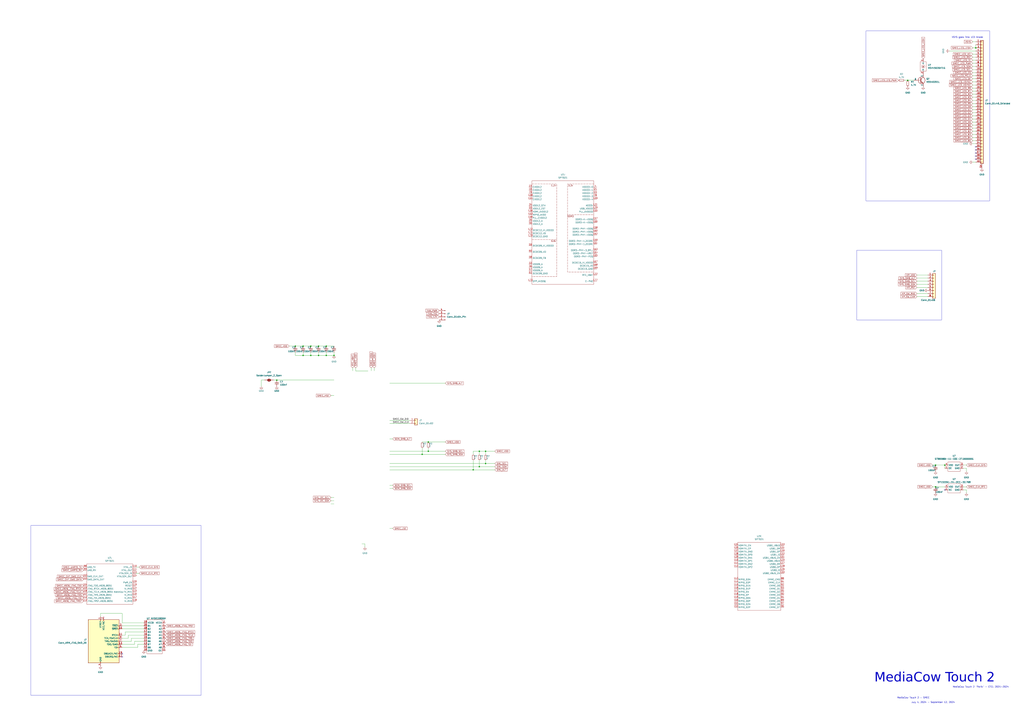
<source format=kicad_sch>
(kicad_sch (version 20231120) (generator "eeschema") (generator_version "8.0")
  (paper "A1")
  (junction (at 227.33 312.42))
  (junction (at 346.71 373.38))
  (junction (at 398.78 381))
  (junction (at 775.97 382.27))
  (junction (at 801.37 39.37))
  (junction (at 248.92 284.48))
  (junction (at 768.35 400.05))
  (junction (at 351.79 370.84))
  (junction (at 388.62 386.08))
  (junction (at 261.62 292.1))
  (junction (at 768.35 382.27))
  (junction (at 267.97 284.48))
  (junction (at 398.78 370.84))
  (junction (at 1051.56 60.96))
  (junction (at 1038.86 46.99))
  (junction (at 261.62 284.48))
  (junction (at 393.7 370.84))
  (junction (at 248.92 292.1))
  (junction (at 1057.91 60.96))
  (junction (at 1041.4 71.12))
  (junction (at 242.57 284.48))
  (junction (at 393.7 383.54))
  (junction (at 267.97 292.1))
  (junction (at 255.27 284.48))
  (junction (at 274.32 292.1))
  (junction (at 255.27 292.1))
  (junction (at 351.79 363.22))
  (junction (at 745.49 66.04))
  (no_connect (at 801.37 120.65))
  (no_connect (at 100.33 537.21))
  (no_connect (at 801.37 123.19))
  (no_connect (at 1051.56 88.9))
  (no_connect (at 1051.56 86.36))
  (no_connect (at 801.37 130.81))
  (no_connect (at 775.97 402.59))
  (no_connect (at 100.33 539.75))
  (no_connect (at 801.37 128.27))
  (no_connect (at 801.37 125.73))
  (wire (pts (xy 753.11 233.68) (xy 762 233.68)))
  (wire (pts (xy 745.49 66.04) (xy 750.57 66.04)))
  (wire (pts (xy 248.92 292.1) (xy 255.27 292.1)))
  (wire (pts (xy 798.83 57.15) (xy 801.37 57.15)))
  (wire (pts (xy 798.83 102.87) (xy 801.37 102.87)))
  (wire (pts (xy 320.04 370.84) (xy 351.79 370.84)))
  (wire (pts (xy 351.79 370.84) (xy 365.76 370.84)))
  (wire (pts (xy 365.76 314.96) (xy 320.04 314.96)))
  (wire (pts (xy 113.03 529.59) (xy 113.03 532.13)))
  (wire (pts (xy 351.79 368.3) (xy 351.79 370.84)))
  (wire (pts (xy 105.41 524.51) (xy 100.33 524.51)))
  (wire (pts (xy 1008.38 83.82) (xy 1026.16 83.82)))
  (wire (pts (xy 393.7 383.54) (xy 406.4 383.54)))
  (wire (pts (xy 267.97 292.1) (xy 267.97 289.56)))
  (wire (pts (xy 753.11 226.06) (xy 762 226.06)))
  (wire (pts (xy 398.78 378.46) (xy 398.78 381)))
  (wire (pts (xy 1057.91 60.96) (xy 1051.56 60.96)))
  (wire (pts (xy 107.95 524.51) (xy 107.95 527.05)))
  (wire (pts (xy 793.75 402.59) (xy 793.75 405.13)))
  (wire (pts (xy 1013.46 88.9) (xy 1008.38 88.9)))
  (wire (pts (xy 798.83 64.77) (xy 801.37 64.77)))
  (wire (pts (xy 1038.86 46.99) (xy 1036.32 46.99)))
  (wire (pts (xy 798.83 59.69) (xy 801.37 59.69)))
  (wire (pts (xy 100.33 504.19) (xy 100.33 511.81)))
  (wire (pts (xy 322.58 398.78) (xy 320.04 398.78)))
  (wire (pts (xy 114.3 466.09) (xy 111.76 466.09)))
  (wire (pts (xy 1064.26 60.96) (xy 1057.91 60.96)))
  (wire (pts (xy 768.35 382.27) (xy 775.97 382.27)))
  (wire (pts (xy 255.27 292.1) (xy 261.62 292.1)))
  (wire (pts (xy 798.83 74.93) (xy 801.37 74.93)))
  (wire (pts (xy 793.75 384.81) (xy 791.21 384.81)))
  (wire (pts (xy 798.83 92.71) (xy 801.37 92.71)))
  (wire (pts (xy 1041.4 46.99) (xy 1038.86 46.99)))
  (wire (pts (xy 798.83 52.07) (xy 801.37 52.07)))
  (wire (pts (xy 753.11 236.22) (xy 762 236.22)))
  (wire (pts (xy 793.75 382.27) (xy 791.21 382.27)))
  (wire (pts (xy 271.78 408.94) (xy 274.32 408.94)))
  (wire (pts (xy 224.79 312.42) (xy 227.33 312.42)))
  (wire (pts (xy 768.35 400.05) (xy 765.81 400.05)))
  (wire (pts (xy 214.63 312.42) (xy 214.63 317.5)))
  (wire (pts (xy 798.83 118.11) (xy 801.37 118.11)))
  (wire (pts (xy 798.83 113.03) (xy 801.37 113.03)))
  (wire (pts (xy 798.83 80.01) (xy 801.37 80.01)))
  (wire (pts (xy 242.57 292.1) (xy 242.57 289.56)))
  (wire (pts (xy 320.04 373.38) (xy 346.71 373.38)))
  (wire (pts (xy 801.37 36.83) (xy 801.37 39.37)))
  (wire (pts (xy 985.52 86.36) (xy 988.06 86.36)))
  (wire (pts (xy 320.04 347.98) (xy 336.55 347.98)))
  (wire (pts (xy 271.78 411.48) (xy 274.32 411.48)))
  (wire (pts (xy 292.1 304.8) (xy 302.26 304.8)))
  (wire (pts (xy 292.1 302.26) (xy 292.1 304.8)))
  (wire (pts (xy 1057.91 93.98) (xy 1051.56 93.98)))
  (wire (pts (xy 793.75 400.05) (xy 791.21 400.05)))
  (wire (pts (xy 102.87 521.97) (xy 100.33 521.97)))
  (wire (pts (xy 1021.08 34.29) (xy 1028.7 34.29)))
  (wire (pts (xy 779.78 41.91) (xy 801.37 41.91)))
  (wire (pts (xy 793.75 384.81) (xy 793.75 387.35)))
  (wire (pts (xy 1051.56 60.96) (xy 1041.4 60.96)))
  (wire (pts (xy 798.83 82.55) (xy 801.37 82.55)))
  (wire (pts (xy 289.56 302.26) (xy 289.56 304.8)))
  (wire (pts (xy 114.3 471.17) (xy 111.76 471.17)))
  (wire (pts (xy 271.78 414.02) (xy 274.32 414.02)))
  (wire (pts (xy 102.87 519.43) (xy 118.11 519.43)))
  (wire (pts (xy 113.03 532.13) (xy 100.33 532.13)))
  (wire (pts (xy 406.4 370.84) (xy 398.78 370.84)))
  (wire (pts (xy 100.33 516.89) (xy 118.11 516.89)))
  (wire (pts (xy 227.33 312.42) (xy 274.32 312.42)))
  (wire (pts (xy 82.55 506.73) (xy 82.55 504.19)))
  (wire (pts (xy 320.04 383.54) (xy 393.7 383.54)))
  (wire (pts (xy 307.34 302.26) (xy 307.34 304.8)))
  (wire (pts (xy 798.83 54.61) (xy 801.37 54.61)))
  (wire (pts (xy 365.76 363.22) (xy 351.79 363.22)))
  (wire (pts (xy 1013.46 96.52) (xy 1013.46 88.9)))
  (wire (pts (xy 798.83 62.23) (xy 801.37 62.23)))
  (wire (pts (xy 214.63 312.42) (xy 217.17 312.42)))
  (wire (pts (xy 388.62 370.84) (xy 393.7 370.84)))
  (wire (pts (xy 274.32 292.1) (xy 267.97 292.1)))
  (wire (pts (xy 798.83 69.85) (xy 801.37 69.85)))
  (wire (pts (xy 105.41 521.97) (xy 105.41 524.51)))
  (wire (pts (xy 798.83 105.41) (xy 801.37 105.41)))
  (wire (pts (xy 765.81 382.27) (xy 768.35 382.27)))
  (wire (pts (xy 110.49 527.05) (xy 118.11 527.05)))
  (wire (pts (xy 255.27 284.48) (xy 261.62 284.48)))
  (wire (pts (xy 346.71 363.22) (xy 351.79 363.22)))
  (wire (pts (xy 1000.76 67.31) (xy 1000.76 71.12)))
  (wire (pts (xy 388.62 378.46) (xy 388.62 386.08)))
  (wire (pts (xy 742.95 66.04) (xy 745.49 66.04)))
  (wire (pts (xy 274.32 289.56) (xy 274.32 292.1)))
  (wire (pts (xy 1021.08 31.75) (xy 1028.7 31.75)))
  (wire (pts (xy 393.7 378.46) (xy 393.7 383.54)))
  (wire (pts (xy 753.11 231.14) (xy 762 231.14)))
  (wire (pts (xy 775.97 400.05) (xy 768.35 400.05)))
  (wire (pts (xy 388.62 373.38) (xy 388.62 370.84)))
  (wire (pts (xy 798.83 100.33) (xy 801.37 100.33)))
  (wire (pts (xy 798.83 49.53) (xy 801.37 49.53)))
  (wire (pts (xy 985.52 83.82) (xy 988.06 83.82)))
  (wire (pts (xy 242.57 292.1) (xy 248.92 292.1)))
  (wire (pts (xy 798.83 77.47) (xy 801.37 77.47)))
  (wire (pts (xy 753.11 228.6) (xy 762 228.6)))
  (wire (pts (xy 297.18 447.04) (xy 299.72 447.04)))
  (wire (pts (xy 1008.38 86.36) (xy 1026.16 86.36)))
  (wire (pts (xy 267.97 284.48) (xy 274.32 284.48)))
  (wire (pts (xy 237.49 284.48) (xy 242.57 284.48)))
  (wire (pts (xy 388.62 386.08) (xy 406.4 386.08)))
  (wire (pts (xy 82.55 504.19) (xy 100.33 504.19)))
  (wire (pts (xy 242.57 284.48) (xy 248.92 284.48)))
  (wire (pts (xy 798.83 107.95) (xy 801.37 107.95)))
  (wire (pts (xy 322.58 401.32) (xy 320.04 401.32)))
  (wire (pts (xy 1036.32 71.12) (xy 1041.4 71.12)))
  (wire (pts (xy 346.71 373.38) (xy 365.76 373.38)))
  (wire (pts (xy 299.72 449.58) (xy 299.72 447.04)))
  (wire (pts (xy 248.92 284.48) (xy 255.27 284.48)))
  (wire (pts (xy 261.62 284.48) (xy 267.97 284.48)))
  (wire (pts (xy 753.11 243.84) (xy 762 243.84)))
  (wire (pts (xy 798.83 115.57) (xy 801.37 115.57)))
  (wire (pts (xy 798.83 87.63) (xy 801.37 87.63)))
  (wire (pts (xy 995.68 67.31) (xy 995.68 71.12)))
  (wire (pts (xy 798.83 39.37) (xy 801.37 39.37)))
  (wire (pts (xy 798.83 34.29) (xy 801.37 34.29)))
  (wire (pts (xy 118.11 529.59) (xy 113.03 529.59)))
  (wire (pts (xy 798.83 85.09) (xy 801.37 85.09)))
  (wire (pts (xy 753.11 241.3) (xy 762 241.3)))
  (wire (pts (xy 393.7 370.84) (xy 398.78 370.84)))
  (wire (pts (xy 118.11 521.97) (xy 105.41 521.97)))
  (wire (pts (xy 320.04 381) (xy 398.78 381)))
  (wire (pts (xy 100.33 514.35) (xy 118.11 514.35)))
  (wire (pts (xy 398.78 381) (xy 406.4 381)))
  (wire (pts (xy 304.8 302.26) (xy 304.8 304.8)))
  (wire (pts (xy 102.87 521.97) (xy 102.87 519.43)))
  (wire (pts (xy 248.92 292.1) (xy 248.92 289.56)))
  (wire (pts (xy 798.83 90.17) (xy 801.37 90.17)))
  (wire (pts (xy 271.78 325.12) (xy 274.32 325.12)))
  (wire (pts (xy 393.7 370.84) (xy 393.7 373.38)))
  (wire (pts (xy 798.83 72.39) (xy 801.37 72.39)))
  (wire (pts (xy 320.04 386.08) (xy 388.62 386.08)))
  (wire (pts (xy 255.27 292.1) (xy 255.27 289.56)))
  (wire (pts (xy 398.78 370.84) (xy 398.78 373.38)))
  (wire (pts (xy 320.04 360.68) (xy 322.58 360.68)))
  (wire (pts (xy 775.97 382.27) (xy 775.97 384.81)))
  (wire (pts (xy 261.62 292.1) (xy 261.62 289.56)))
  (wire (pts (xy 793.75 402.59) (xy 791.21 402.59)))
  (wire (pts (xy 1026.16 96.52) (xy 1013.46 96.52)))
  (wire (pts (xy 320.04 345.44) (xy 336.55 345.44)))
  (wire (pts (xy 1057.91 101.6) (xy 1057.91 93.98)))
  (wire (pts (xy 322.58 434.34) (xy 320.04 434.34)))
  (wire (pts (xy 798.83 44.45) (xy 801.37 44.45)))
  (wire (pts (xy 798.83 95.25) (xy 801.37 95.25)))
  (wire (pts (xy 1023.62 106.68) (xy 1023.62 93.98)))
  (wire (pts (xy 1041.4 60.96) (xy 1041.4 71.12)))
  (wire (pts (xy 118.11 524.51) (xy 107.95 524.51)))
  (wire (pts (xy 798.83 46.99) (xy 801.37 46.99)))
  (wire (pts (xy 1023.62 93.98) (xy 1026.16 93.98)))
  (wire (pts (xy 798.83 97.79) (xy 801.37 97.79)))
  (wire (pts (xy 107.95 527.05) (xy 100.33 527.05)))
  (wire (pts (xy 100.33 511.81) (xy 118.11 511.81)))
  (wire (pts (xy 261.62 292.1) (xy 267.97 292.1)))
  (wire (pts (xy 798.83 67.31) (xy 801.37 67.31)))
  (wire (pts (xy 100.33 529.59) (xy 110.49 529.59)))
  (wire (pts (xy 346.71 368.3) (xy 346.71 373.38)))
  (wire (pts (xy 798.83 133.35) (xy 801.37 133.35)))
  (wire (pts (xy 798.83 110.49) (xy 801.37 110.49)))
  (wire (pts (xy 110.49 529.59) (xy 110.49 527.05)))
  (rectangle (start 703.58 205.74) (end 773.43 262.89))
  (rectangle (start 711.2 25.4) (end 812.8 165.1))
  (rectangle (start 25.4 431.8) (end 165.1 571.5))
  (rectangle (start 1230.63 22.86) (end 1370.33 162.56))
  (text "MediaCow Touch 2" (at 767.588 559.054 0) (effects (font (size 7.62 7.62))))
  (text "1.8v logic" (at 1016.762 76.2 0) (effects (font (size 1.27 1.27))))
  (text "July 4, 2024 - September 12, 2024" (at 766.318 577.342 0) (effects (font (size 1.27 1.27))))
  (text "3.3v logic" (at 978.662 76.454 0) (effects (font (size 1.27 1.27))))
  (text "MediaCow Touch 2 - SMEC" (at 750.062 573.532 0) (effects (font (size 1.27 1.27))))
  (text "VSYS goes into LED Anode" (at 794.512 30.734 0) (effects (font (size 1.27 1.27))))
  (text "MediaCow Touch 2 \"Paris\" - CTCL 2021-2024" (at 805.434 564.642 0) (effects (font (size 1.27 1.27))))
  (label "SMEC_SW_DIO" (at 322.58 345.44 0))
  (label "SMEC_SW_CLK" (at 322.58 347.98 0))
  (global_label "SMEC_VDD" (shape input) (at 307.34 302.26 90) (property "Intersheetrefs" "${INTERSHEET_REFS}" (effects (hide yes))))
  (global_label "SOM_SMB_ALT" (shape input) (at 322.58 360.68 0) (property "Intersheetrefs" "${INTERSHEET_REFS}" (effects (hide yes))))
  (global_label "SMEC_VDD" (shape input) (at 765.81 382.27 180) (property "Intersheetrefs" "${INTERSHEET_REFS}" (effects (hide yes))))
  (global_label "SMEC_LCD_LEDK" (shape input) (at 758.19 48.26 90) (property "Intersheetrefs" "${INTERSHEET_REFS}" (effects (hide yes))))
  (global_label "SYS_SMB_SDA" (shape input) (at 365.76 373.38 0) (property "Intersheetrefs" "${INTERSHEET_REFS}" (effects (hide yes))))
  (global_label "SYS_SMB_SCL" (shape input) (at 753.11 231.14 180) (property "Intersheetrefs" "${INTERSHEET_REFS}" (effects (hide yes))))
  (global_label "SMEC_A926_JTAG_TCLK" (shape input) (at 68.58 486.41 180) (property "Intersheetrefs" "${INTERSHEET_REFS}" (effects (hide yes))))
  (global_label "ICM_1V8" (shape input) (at 1026.16 81.28 180) (property "Intersheetrefs" "${INTERSHEET_REFS}" (effects (hide yes))))
  (global_label "SMEC_LCD_G0" (shape input) (at 798.83 87.63 180) (property "Intersheetrefs" "${INTERSHEET_REFS}" (effects (hide yes))))
  (global_label "SMEC_LCD_R0" (shape input) (at 798.83 72.39 180) (property "Intersheetrefs" "${INTERSHEET_REFS}" (effects (hide yes))))
  (global_label "SMEC_LCD_HSYNC" (shape input) (at 882.65 546.1 0) (property "Intersheetrefs" "${INTERSHEET_REFS}" (effects (hide yes))))
  (global_label "SMEC_LCD_RST" (shape input) (at 798.83 46.99 180) (property "Intersheetrefs" "${INTERSHEET_REFS}" (effects (hide yes))))
  (global_label "SMEC_LCD_B1" (shape input) (at 882.65 461.01 0) (property "Intersheetrefs" "${INTERSHEET_REFS}" (effects (hide yes))))
  (global_label "SMEC_LCD_HSYNC" (shape input) (at 798.83 69.85 180) (property "Intersheetrefs" "${INTERSHEET_REFS}" (effects (hide yes))))
  (global_label "SMEC_A926_JTAG_TRST" (shape input) (at 135.89 514.35 0) (property "Intersheetrefs" "${INTERSHEET_REFS}" (effects (hide yes))))
  (global_label "SMEC_LCD_R5" (shape input) (at 882.65 538.48 0) (property "Intersheetrefs" "${INTERSHEET_REFS}" (effects (hide yes))))
  (global_label "SMEC_LCD_VCI" (shape input) (at 798.83 44.45 180) (property "Intersheetrefs" "${INTERSHEET_REFS}" (effects (hide yes))))
  (global_label "SMEC_LCD_B5" (shape input) (at 798.83 115.57 180) (property "Intersheetrefs" "${INTERSHEET_REFS}" (effects (hide yes))))
  (global_label "SMEC_LCD_CS" (shape input) (at 798.83 59.69 180) (property "Intersheetrefs" "${INTERSHEET_REFS}" (effects (hide yes))))
  (global_label "SMEC_LCD_LEDK" (shape input) (at 798.83 39.37 180) (property "Intersheetrefs" "${INTERSHEET_REFS}" (effects (hide yes))))
  (global_label "SMEC_LCD_G3" (shape input) (at 882.65 495.3 0) (property "Intersheetrefs" "${INTERSHEET_REFS}" (effects (hide yes))))
  (global_label "ICM_1V8" (shape input) (at 1026.16 88.9 180) (property "Intersheetrefs" "${INTERSHEET_REFS}" (effects (hide yes))))
  (global_label "SMEC_HSE" (shape input) (at 271.78 325.12 180) (property "Intersheetrefs" "${INTERSHEET_REFS}" (effects (hide yes))))
  (global_label "SMEC_LCD_B4" (shape input) (at 882.65 477.52 0) (property "Intersheetrefs" "${INTERSHEET_REFS}" (effects (hide yes))))
  (global_label "SMEC_CA7_SWD_CLK" (shape input) (at 68.58 473.71 180) (property "Intersheetrefs" "${INTERSHEET_REFS}" (effects (hide yes))))
  (global_label "SMEC_LCD_R4" (shape input) (at 882.65 535.94 0) (property "Intersheetrefs" "${INTERSHEET_REFS}" (effects (hide yes))))
  (global_label "KP_VDD" (shape input) (at 753.11 226.06 180) (property "Intersheetrefs" "${INTERSHEET_REFS}" (effects (hide yes))))
  (global_label "SMEC_LCD_PCLK" (shape input) (at 798.83 62.23 180) (property "Intersheetrefs" "${INTERSHEET_REFS}" (effects (hide yes))))
  (global_label "SYS_SMB_SCL" (shape input) (at 365.76 370.84 0) (property "Intersheetrefs" "${INTERSHEET_REFS}" (effects (hide yes))))
  (global_label "SMEC_LCD_B3" (shape input) (at 798.83 110.49 180) (property "Intersheetrefs" "${INTERSHEET_REFS}" (effects (hide yes))))
  (global_label "SMEC_LCD_R2" (shape input) (at 798.83 77.47 180) (property "Intersheetrefs" "${INTERSHEET_REFS}" (effects (hide yes))))
  (global_label "SMEC_LCD_R0" (shape input) (at 882.65 516.89 0) (property "Intersheetrefs" "${INTERSHEET_REFS}" (effects (hide yes))))
  (global_label "SMEC_LCD_B2" (shape input) (at 798.83 107.95 180) (property "Intersheetrefs" "${INTERSHEET_REFS}" (effects (hide yes))))
  (global_label "SYS_I2C_SCL" (shape input) (at 985.52 83.82 180) (property "Intersheetrefs" "${INTERSHEET_REFS}" (effects (hide yes))))
  (global_label "SMEC_LCD_G0" (shape input) (at 882.65 487.68 0) (property "Intersheetrefs" "${INTERSHEET_REFS}" (effects (hide yes))))
  (global_label "SMEC_LCD_PCLK" (shape input) (at 882.65 551.18 0) (property "Intersheetrefs" "${INTERSHEET_REFS}" (effects (hide yes))))
  (global_label "SML_SCL" (shape input) (at 406.4 381 0) (property "Intersheetrefs" "${INTERSHEET_REFS}" (effects (hide yes))))
  (global_label "FAN_TAC" (shape input) (at 360.68 257.81 180) (property "Intersheetrefs" "${INTERSHEET_REFS}" (effects (hide yes))))
  (global_label "SMEC_VDD" (shape input) (at 406.4 370.84 0) (property "Intersheetrefs" "${INTERSHEET_REFS}" (effects (hide yes))))
  (global_label "SMEC_A926_JTAG_TRST" (shape input) (at 68.58 494.03 180) (property "Intersheetrefs" "${INTERSHEET_REFS}" (effects (hide yes))))
  (global_label "SMEC_LCD_B0" (shape input) (at 882.65 458.47 0) (property "Intersheetrefs" "${INTERSHEET_REFS}" (effects (hide yes))))
  (global_label "SMEC_LCD_SDA" (shape input) (at 798.83 54.61 180) (property "Intersheetrefs" "${INTERSHEET_REFS}" (effects (hide yes))))
  (global_label "SMEC_A926_JTAG_TDO" (shape input) (at 135.89 527.05 0) (property "Intersheetrefs" "${INTERSHEET_REFS}" (effects (hide yes))))
  (global_label "SMEC_LCD_B0" (shape input) (at 798.83 102.87 180) (property "Intersheetrefs" "${INTERSHEET_REFS}" (effects (hide yes))))
  (global_label "SMEC_CA7_SWD_DATA" (shape input) (at 68.58 476.25 180) (property "Intersheetrefs" "${INTERSHEET_REFS}" (effects (hide yes))))
  (global_label "SOM_SMB_SDA" (shape input) (at 322.58 401.32 0) (property "Intersheetrefs" "${INTERSHEET_REFS}" (effects (hide yes))))
  (global_label "SMEC_LCD_G2" (shape input) (at 882.65 492.76 0) (property "Intersheetrefs" "${INTERSHEET_REFS}" (effects (hide yes))))
  (global_label "SYS_I2C_SDA" (shape input) (at 271.78 411.48 180) (property "Intersheetrefs" "${INTERSHEET_REFS}" (effects (hide yes))))
  (global_label "SMEC_VDD" (shape input) (at 237.49 284.48 180) (property "Intersheetrefs" "${INTERSHEET_REFS}" (effects (hide yes))))
  (global_label "SMEC_CLK_SYS" (shape input) (at 114.3 466.09 0) (property "Intersheetrefs" "${INTERSHEET_REFS}" (effects (hide yes))))
  (global_label "SMEC_LCD_G4" (shape input) (at 798.83 97.79 180) (property "Intersheetrefs" "${INTERSHEET_REFS}" (effects (hide yes))))
  (global_label "SMEC_LCD_R3" (shape input) (at 798.83 80.01 180) (property "Intersheetrefs" "${INTERSHEET_REFS}" (effects (hide yes))))
  (global_label "SMEC_LCD_VSYNC" (shape input) (at 798.83 67.31 180) (property "Intersheetrefs" "${INTERSHEET_REFS}" (effects (hide yes))))
  (global_label "SMEC_LCD_R1" (shape input) (at 798.83 74.93 180) (property "Intersheetrefs" "${INTERSHEET_REFS}" (effects (hide yes))))
  (global_label "SMEC_LCD_PWM" (shape input) (at 798.83 52.07 180) (property "Intersheetrefs" "${INTERSHEET_REFS}" (effects (hide yes))))
  (global_label "SMEC_LCD_B2" (shape input) (at 882.65 463.55 0) (property "Intersheetrefs" "${INTERSHEET_REFS}" (effects (hide yes))))
  (global_label "SMEC_LCD_G5" (shape input) (at 798.83 100.33 180) (property "Intersheetrefs" "${INTERSHEET_REFS}" (effects (hide yes))))
  (global_label "SMEC_A926_JTAG_TDO" (shape input) (at 68.58 481.33 180) (property "Intersheetrefs" "${INTERSHEET_REFS}" (effects (hide yes))))
  (global_label "SMEC_LCD_DE" (shape input) (at 798.83 64.77 180) (property "Intersheetrefs" "${INTERSHEET_REFS}" (effects (hide yes))))
  (global_label "SMEC_VDD" (shape input) (at 365.76 363.22 0) (property "Intersheetrefs" "${INTERSHEET_REFS}" (effects (hide yes))))
  (global_label "SMEC_LCD_R5" (shape input) (at 798.83 85.09 180) (property "Intersheetrefs" "${INTERSHEET_REFS}" (effects (hide yes))))
  (global_label "SMEC_LSE" (shape input) (at 322.58 434.34 0) (property "Intersheetrefs" "${INTERSHEET_REFS}" (effects (hide yes))))
  (global_label "SMEC_LCD_G1" (shape input) (at 882.65 490.22 0) (property "Intersheetrefs" "${INTERSHEET_REFS}" (effects (hide yes))))
  (global_label "SMEC_A926_JTAG_RTCK" (shape input) (at 68.58 483.87 180) (property "Intersheetrefs" "${INTERSHEET_REFS}" (effects (hide yes))))
  (global_label "SMEC_UART0_TX" (shape input) (at 68.58 466.09 180) (property "Intersheetrefs" "${INTERSHEET_REFS}" (effects (hide yes))))
  (global_label "KP_RST" (shape input) (at 753.11 236.22 180) (property "Intersheetrefs" "${INTERSHEET_REFS}" (effects (hide yes))))
  (global_label "SMEC_VDD" (shape input) (at 765.81 400.05 180) (property "Intersheetrefs" "${INTERSHEET_REFS}" (effects (hide yes))))
  (global_label "SYS_I2C_SCL" (shape input) (at 1021.08 31.75 180) (property "Intersheetrefs" "${INTERSHEET_REFS}" (effects (hide yes))))
  (global_label "SMEC_CLK_RTC" (shape input) (at 793.75 400.05 0) (property "Intersheetrefs" "${INTERSHEET_REFS}" (effects (hide yes))))
  (global_label "SMEC_LCD_B5" (shape input) (at 882.65 480.06 0) (property "Intersheetrefs" "${INTERSHEET_REFS}" (effects (hide yes))))
  (global_label "SMEC_LCD_VSYNC" (shape input) (at 882.65 548.64 0) (property "Intersheetrefs" "${INTERSHEET_REFS}" (effects (hide yes))))
  (global_label "SMEC_A926_JTAG_TMS" (shape input) (at 135.89 524.51 0) (property "Intersheetrefs" "${INTERSHEET_REFS}" (effects (hide yes))))
  (global_label "SMEC_LCD_SCL" (shape input) (at 798.83 57.15 180) (property "Intersheetrefs" "${INTERSHEET_REFS}" (effects (hide yes))))
  (global_label "SMEC_LCD_G2" (shape input) (at 798.83 92.71 180) (property "Intersheetrefs" "${INTERSHEET_REFS}" (effects (hide yes))))
  (global_label "SMEC_A926_JTAG_RTCK" (shape input) (at 135.89 519.43 0) (property "Intersheetrefs" "${INTERSHEET_REFS}" (effects (hide yes))))
  (global_label "SYS_I2C_SCL" (shape input) (at 271.78 408.94 180) (property "Intersheetrefs" "${INTERSHEET_REFS}" (effects (hide yes))))
  (global_label "SMEC_A926_JTAG_TCLK" (shape input) (at 135.89 521.97 0) (property "Intersheetrefs" "${INTERSHEET_REFS}" (effects (hide yes))))
  (global_label "SMEC_CLK_SYS" (shape input) (at 793.75 382.27 0) (property "Intersheetrefs" "${INTERSHEET_REFS}" (effects (hide yes))))
  (global_label "FAN_12V" (shape input) (at 360.68 260.35 180) (property "Intersheetrefs" "${INTERSHEET_REFS}" (effects (hide yes))))
  (global_label "FAN_PWM" (shape input) (at 360.68 255.27 180) (property "Intersheetrefs" "${INTERSHEET_REFS}" (effects (hide yes))))
  (global_label "SYS_SMB_ALT" (shape input) (at 753.11 228.6 180) (property "Intersheetrefs" "${INTERSHEET_REFS}" (effects (hide yes))))
  (global_label "SMEC_UART0_RX" (shape input) (at 68.58 468.63 180) (property "Intersheetrefs" "${INTERSHEET_REFS}" (effects (hide yes))))
  (global_label "SMEC_LCD_B3" (shape input) (at 882.65 466.09 0) (property "Intersheetrefs" "${INTERSHEET_REFS}" (effects (hide yes))))
  (global_label "SMEC_A926_JTAG_TDI" (shape input) (at 135.89 529.59 0) (property "Intersheetrefs" "${INTERSHEET_REFS}" (effects (hide yes))))
  (global_label "SMEC_A926_JTAG_TDI" (shape input) (at 68.58 491.49 180) (property "Intersheetrefs" "${INTERSHEET_REFS}" (effects (hide yes))))
  (global_label "SMEC_VDD" (shape input) (at 292.1 302.26 90) (property "Intersheetrefs" "${INTERSHEET_REFS}" (effects (hide yes))))
  (global_label "SYS_I2C_SDA" (shape input) (at 985.52 86.36 180) (property "Intersheetrefs" "${INTERSHEET_REFS}" (effects (hide yes))))
  (global_label "ICM_1V8" (shape input) (at 1000.76 67.31 90) (property "Intersheetrefs" "${INTERSHEET_REFS}" (effects (hide yes))))
  (global_label "KP_SW_CAM" (shape input) (at 753.11 243.84 180) (property "Intersheetrefs" "${INTERSHEET_REFS}" (effects (hide yes))))
  (global_label "RTC_VBAT" (shape input) (at 289.56 302.26 90) (property "Intersheetrefs" "${INTERSHEET_REFS}" (effects (hide yes))))
  (global_label "SMEC_VDD" (shape input) (at 995.68 67.31 90) (property "Intersheetrefs" "${INTERSHEET_REFS}" (effects (hide yes))))
  (global_label "SYS_I2C_SDA" (shape input) (at 1021.08 34.29 180) (property "Intersheetrefs" "${INTERSHEET_REFS}" (effects (hide yes))))
  (global_label "SMEC_LCD_R3" (shape input) (at 882.65 524.51 0) (property "Intersheetrefs" "${INTERSHEET_REFS}" (effects (hide yes))))
  (global_label "SMEC_LCD_G3" (shape input) (at 798.83 95.25 180) (property "Intersheetrefs" "${INTERSHEET_REFS}" (effects (hide yes))))
  (global_label "SMEC_LCD_G4" (shape input) (at 882.65 506.73 0) (property "Intersheetrefs" "${INTERSHEET_REFS}" (effects (hide yes))))
  (global_label "SML_ALT" (shape input) (at 406.4 386.08 0) (property "Intersheetrefs" "${INTERSHEET_REFS}" (effects (hide yes))))
  (global_label "SMEC_A926_JTAG_TMS" (shape input) (at 68.58 488.95 180) (property "Intersheetrefs" "${INTERSHEET_REFS}" (effects (hide yes))))
  (global_label "ICM_1V8" (shape input) (at 1064.26 60.96 0) (property "Intersheetrefs" "${INTERSHEET_REFS}" (effects (hide yes))))
  (global_label "KP_SW_RAD" (shape input) (at 753.11 241.3 180) (property "Intersheetrefs" "${INTERSHEET_REFS}" (effects (hide yes))))
  (global_label "SMEC_LCD_R2" (shape input) (at 882.65 521.97 0) (property "Intersheetrefs" "${INTERSHEET_REFS}" (effects (hide yes))))
  (global_label "SYS_SMB_ALT" (shape input) (at 365.76 314.96 0) (property "Intersheetrefs" "${INTERSHEET_REFS}" (effects (hide yes))))
  (global_label "SMEC_LCD_TE" (shape input) (at 798.83 49.53 180) (property "Intersheetrefs" "${INTERSHEET_REFS}" (effects (hide yes))))
  (global_label "SYS_SMB_SDA" (shape input) (at 753.11 233.68 180) (property "Intersheetrefs" "${INTERSHEET_REFS}" (effects (hide yes))))
  (global_label "SMEC_LCD_G5" (shape input) (at 882.65 509.27 0) (property "Intersheetrefs" "${INTERSHEET_REFS}" (effects (hide yes))))
  (global_label "SMEC_LCD_LED_PWM" (shape input) (at 737.87 66.04 180) (property "Intersheetrefs" "${INTERSHEET_REFS}" (effects (hide yes))))
  (global_label "SMEC_LCD_B4" (shape input) (at 798.83 113.03 180) (property "Intersheetrefs" "${INTERSHEET_REFS}" (effects (hide yes))))
  (global_label "SMEC_LCD_DE" (shape input) (at 882.65 553.72 0) (property "Intersheetrefs" "${INTERSHEET_REFS}" (effects (hide yes))))
  (global_label "SMEC_LCD_R1" (shape input) (at 882.65 519.43 0) (property "Intersheetrefs" "${INTERSHEET_REFS}" (effects (hide yes))))
  (global_label "SML_SDA" (shape input) (at 406.4 383.54 0) (property "Intersheetrefs" "${INTERSHEET_REFS}" (effects (hide yes))))
  (global_label "SMEC_LCD_G1" (shape input) (at 798.83 90.17 180) (property "Intersheetrefs" "${INTERSHEET_REFS}" (effects (hide yes))))
  (global_label "SMEC_VDDA" (shape input) (at 304.8 302.26 90) (property "Intersheetrefs" "${INTERSHEET_REFS}" (effects (hide yes))))
  (global_label "SMEC_LCD_B1" (shape input) (at 798.83 105.41 180) (property "Intersheetrefs" "${INTERSHEET_REFS}" (effects (hide yes))))
  (global_label "VSYS" (shape input) (at 798.83 34.29 180) (property "Intersheetrefs" "${INTERSHEET_REFS}" (effects (hide yes))))
  (global_label "SMEC_CLK_RTC" (shape input) (at 114.3 471.17 0) (property "Intersheetrefs" "${INTERSHEET_REFS}" (effects (hide yes))))
  (global_label "SMEC_LCD_R4" (shape input) (at 798.83 82.55 180) (property "Intersheetrefs" "${INTERSHEET_REFS}" (effects (hide yes))))
  (global_label "SOM_SMB_SCL" (shape input) (at 322.58 398.78 0) (property "Intersheetrefs" "${INTERSHEET_REFS}" (effects (hide yes))))
  (symbol (lib_id "power:GND") (at 806.45 138.43 0) (unit 1)
    (property "Reference" "#PWR0266" (effects (hide yes)))
    (property "Value" "GND" (at 806.45 143.51 0))
    (property "Description" "Power symbol creates a global label with name \"GND\" , ground" (effects (hide yes)))
  )
  (symbol (lib_id "power:GND") (at 1038.86 46.99 0) (mirror y) (unit 1)
    (property "Reference" "#PWR0257" (effects (hide yes)))
    (property "Value" "GND" (at 1038.86 52.07 0))
    (property "Description" "Power symbol creates a global label with name \"GND\" , ground" (effects (hide yes)))
  )
  (symbol (lib_id "power:GND") (at 299.72 449.58 0) (unit 1)
    (property "Reference" "#PWR071" (effects (hide yes)))
    (property "Value" "GND" (at 299.72 454.66 0))
    (property "Description" "Power symbol creates a global label with name \"GND\" , ground" (effects (hide yes)))
  )
  (symbol (lib_id "Device:R_Small") (at 398.78 375.92 0) (unit 1)
    (property "Reference" "R?" (at 399.542 374.904 0) (effects (justify left)))
    (property "Value" "?" (at 399.542 376.936 0) (effects (justify left)))
    (property "Description" "Resistor, small symbol" (effects (hide yes)))
  )
  (symbol (lib_id "power:GND") (at 1038.86 106.68 0) (unit 1)
    (property "Reference" "#PWR0256" (effects (hide yes)))
    (property "Value" "GND" (at 1038.86 110.236 0))
    (property "Description" "Power symbol creates a global label with name \"GND\" , ground" (effects (hide yes)))
  )
  (symbol (lib_id "Sensor_Motion:ICM-20948") (at 1038.86 88.9 0) (unit 1)
    (property "Reference" "U?" (at 1028.192 72.39 0) (effects (justify left)))
    (property "Value" "ICM-20948" (at 1044.448 72.644 0) (effects (justify left)))
    (property "Footprint" "Sensor_Motion:InvenSense_QFN-24_3x3mm_P0.4mm" (effects (hide yes)))
    (property "Datasheet" "http://www.invensense.com/wp-content/uploads/2016/06/DS-000189-ICM-20948-v1.3.pdf" (effects (hide yes)))
    (property "Description" "InvenSense 9-Axis Motion Sensor, Accelerometer, Gyroscope, Compass, I2C/SPI, QFN-24" (effects (hide yes)))
  )
  (symbol (lib_id "power:GND") (at 1057.91 106.68 0) (unit 1)
    (property "Reference" "#PWR0255" (effects (hide yes)))
    (property "Value" "GND" (at 1057.91 110.236 0))
    (property "Description" "Power symbol creates a global label with name \"GND\" , ground" (effects (hide yes)))
  )
  (symbol (lib_id "power:GND") (at 214.63 317.5 0) (unit 1)
    (property "Reference" "#PWR0181" (effects (hide yes)))
    (property "Value" "GND" (at 214.63 321.31 0))
    (property "Description" "Power symbol creates a global label with name \"GND\" , ground" (effects (hide yes)))
  )
  (symbol (lib_id "mediacow:SiT1533AI-H4-DCC-32.768") (at 783.59 401.32 0) (unit 1)
    (property "Reference" "U?" (at 783.59 393.7 0))
    (property "Value" "SiT1533AI-H4-DCC-32.768" (at 783.59 396.24 0))
  )
  (symbol (lib_name "SP7021:SP7021") (lib_id "SP7021:SP7021") (at 869.95 457.2 0) (unit 2)
    (property "Reference" "U?" (at 869.95 440.69 0))
    (property "Value" "SP7021" (at 869.95 443.23 0))
  )
  (symbol (lib_id "SP7021:SP7021") (at 623.57 473.71 0) (unit 11)
    (property "Reference" "U?" (at 623.57 440.69 0))
    (property "Value" "SP7021" (at 623.57 443.23 0))
  )
  (symbol (lib_id "mediacow:SiT8008BI-11-33E-27.000000G") (at 783.59 383.54 0) (unit 1)
    (property "Reference" "U?" (at 783.59 374.65 0))
    (property "Value" "SiT8008BI-11-33E-27.000000G" (at 783.59 377.19 0))
  )
  (symbol (lib_id "Device:C_Small") (at 261.62 287.02 0) (unit 1)
    (property "Reference" "C?" (at 259.08 285.496 0) (effects (justify left)))
    (property "Value" "100nF" (at 255.524 288.798 0) (effects (justify left)))
    (property "Description" "Unpolarized capacitor, small symbol" (effects (hide yes)))
  )
  (symbol (lib_id "Device:C_Small") (at 255.27 287.02 0) (unit 1)
    (property "Reference" "C?" (at 252.73 285.496 0) (effects (justify left)))
    (property "Value" "100nF" (at 249.174 288.798 0) (effects (justify left)))
    (property "Description" "Unpolarized capacitor, small symbol" (effects (hide yes)))
  )
  (symbol (lib_name "SP7021:SP7021") (lib_id "SP7021:SP7021") (at 869.95 486.41 0) (unit 3)
    (property "Reference" "U?" (at 869.95 469.9 0))
    (property "Value" "SP7021" (at 869.95 472.44 0))
  )
  (symbol (lib_id "Device:R_Small") (at 351.79 365.76 0) (unit 1)
    (property "Reference" "R?" (at 352.552 364.744 0) (effects (justify left)))
    (property "Value" "?" (at 352.552 366.776 0) (effects (justify left)))
    (property "Description" "Resistor, small symbol" (effects (hide yes)))
  )
  (symbol (lib_name "SP7021:SP7021") (lib_id "SP7021:SP7021") (at 858.52 403.86 0) (unit 1)
    (property "Reference" "U?" (at 858.52 387.35 0))
    (property "Value" "SP7021" (at 858.52 389.89 0))
  )
  (symbol (lib_id "mediacow:NSV45020AT1G") (at 758.19 54.61 270) (unit 1)
    (property "Reference" "U?" (at 762 53.3399 90) (effects (justify left)))
    (property "Value" "NSV45020AT1G" (at 762 55.8799 90) (effects (justify left)))
    (property "Footprint" "Diode_SMD:D_SOD-123" (effects (hide yes)))
    (property "Description" "45 V, 20 mA ± 10%, 460 mW package, Constant Current Regulator, SOD-123" (effects (hide yes)))
  )
  (symbol (lib_id "power:GND") (at 798.83 118.11 270) (unit 1)
    (property "Reference" "#PWR0264" (effects (hide yes)))
    (property "Value" "GND" (at 795.02 118.1099 90) (effects (justify right)))
    (property "Description" "Power symbol creates a global label with name \"GND\" , ground" (effects (hide yes)))
  )
  (symbol (lib_id "Device:R_Small") (at 388.62 375.92 0) (unit 1)
    (property "Reference" "R?" (at 389.382 374.904 0) (effects (justify left)))
    (property "Value" "?" (at 389.382 376.936 0) (effects (justify left)))
    (property "Description" "Resistor, small symbol" (effects (hide yes)))
  )
  (symbol (lib_id "Connector_Generic:Conn_01x02") (at 341.63 345.44 0) (unit 1)
    (property "Reference" "J?" (at 344.17 345.4399 0) (effects (justify left)))
    (property "Value" "Conn_01x02" (at 344.17 347.9799 0) (effects (justify left)))
    (property "Footprint" "Connector_PinHeader_1.00mm:PinHeader_1x02_P1.00mm_Vertical" (effects (hide yes)))
    (property "Description" "Generic connector, single row, 01x02, script generated (kicad-library-utils/schlib/autogen/connector/)" (effects (hide yes)))
  )
  (symbol (lib_id "power:GND") (at 762 238.76 270) (unit 1)
    (property "Reference" "#PWR0116" (effects (hide yes)))
    (property "Value" "GND" (at 759.206 238.76 90) (effects (justify right)))
    (property "Description" "Power symbol creates a global label with name \"GND\" , ground" (effects (hide yes)))
  )
  (symbol (lib_id "power:GND") (at 798.83 133.35 270) (unit 1)
    (property "Reference" "#PWR0265" (effects (hide yes)))
    (property "Value" "GND" (at 795.02 133.3499 90) (effects (justify right)))
    (property "Description" "Power symbol creates a global label with name \"GND\" , ground" (effects (hide yes)))
  )
  (symbol (lib_id "power:GND") (at 768.35 405.13 0) (mirror y) (unit 1)
    (property "Reference" "#PWR0124" (effects (hide yes)))
    (property "Value" "GND" (at 768.35 410.21 0))
    (property "Description" "Power symbol creates a global label with name \"GND\" , ground" (effects (hide yes)))
  )
  (symbol (lib_id "power:GND") (at 998.22 96.52 0) (unit 1)
    (property "Reference" "#PWR0259" (effects (hide yes)))
    (property "Value" "GND" (at 998.22 101.6 0))
    (property "Description" "Power symbol creates a global label with name \"GND\" , ground" (effects (hide yes)))
  )
  (symbol (lib_id "Device:C_Small") (at 1051.56 63.5 0) (unit 1)
    (property "Reference" "C?" (at 1051.56 61.976 0) (effects (justify left)))
    (property "Value" "100nF" (at 1051.56 65.024 0) (effects (justify left)))
    (property "Description" "Unpolarized capacitor, small symbol" (effects (hide yes)))
  )
  (symbol (lib_id "Device:C_Small") (at 248.92 287.02 0) (unit 1)
    (property "Reference" "C?" (at 246.38 285.496 0) (effects (justify left)))
    (property "Value" "100nF" (at 242.824 288.798 0) (effects (justify left)))
    (property "Description" "Unpolarized capacitor, small symbol" (effects (hide yes)))
  )
  (symbol (lib_name "SP7021:SP7021") (lib_id "SP7021:SP7021") (at 869.95 544.83 0) (unit 5)
    (property "Reference" "U?" (at 869.95 528.32 0))
    (property "Value" "SP7021" (at 869.95 530.86 0))
  )
  (symbol (lib_id "power:GND") (at 274.32 292.1 0) (unit 1)
    (property "Reference" "#PWR0176" (effects (hide yes)))
    (property "Value" "GND" (at 274.32 297.18 0))
    (property "Description" "Power symbol creates a global label with name \"GND\" , ground" (effects (hide yes)))
  )
  (symbol (lib_id "power:GND") (at 1057.91 66.04 0) (unit 1)
    (property "Reference" "#PWR0221" (effects (hide yes)))
    (property "Value" "GND" (at 1057.91 69.342 0))
    (property "Description" "Power symbol creates a global label with name \"GND\" , ground" (effects (hide yes)))
  )
  (symbol (lib_id "power:GND") (at 227.33 317.5 0) (unit 1)
    (property "Reference" "#PWR0177" (effects (hide yes)))
    (property "Value" "GND" (at 227.33 321.31 0))
    (property "Description" "Power symbol creates a global label with name \"GND\" , ground" (effects (hide yes)))
  )
  (symbol (lib_id "power:GND") (at 1051.56 66.04 0) (unit 1)
    (property "Reference" "#PWR0218" (effects (hide yes)))
    (property "Value" "GND" (at 1051.56 69.342 0))
    (property "Description" "Power symbol creates a global label with name \"GND\" , ground" (effects (hide yes)))
  )
  (symbol (lib_id "Jumper:SolderJumper_2_Open") (at 220.98 312.42 0) (unit 1) (exclude_from_sim yes) (in_bom no)
    (property "Reference" "JP?" (at 220.98 306.07 0))
    (property "Value" "SolderJumper_2_Open" (at 220.98 308.61 0))
    (property "Description" "Solder Jumper, 2-pole, open" (effects (hide yes)))
  )
  (symbol (lib_id "mediacow:BMP384") (at 1038.86 36.83 0) (mirror y) (unit 1)
    (property "Reference" "U?" (at 1038.86 25.4 0))
    (property "Value" "BMP384" (at 1038.86 27.94 0))
  )
  (symbol (lib_id "power:GND") (at 793.75 405.13 0) (unit 1)
    (property "Reference" "#PWR0178" (effects (hide yes)))
    (property "Value" "GND" (at 793.75 410.21 0))
    (property "Description" "Power symbol creates a global label with name \"GND\" , ground" (effects (hide yes)))
  )
  (symbol (lib_name "SP7021:SP7021") (lib_id "SP7021:SP7021") (at 462.28 182.88 0) (unit 10)
    (property "Reference" "U?" (at 462.28 143.51 0))
    (property "Value" "SP7021" (at 462.28 146.05 0))
  )
  (symbol (lib_id "power:GND") (at 1023.62 106.68 0) (unit 1)
    (property "Reference" "#PWR0222" (effects (hide yes)))
    (property "Value" "GND" (at 1023.62 110.236 0))
    (property "Description" "Power symbol creates a global label with name \"GND\" , ground" (effects (hide yes)))
  )
  (symbol (lib_id "Device:C_Small") (at 1057.91 104.14 0) (unit 1)
    (property "Reference" "C?" (at 1060.45 102.8762 0) (effects (justify left)))
    (property "Value" "100nF" (at 1060.45 105.4162 0) (effects (justify left)))
    (property "Description" "Unpolarized capacitor, small symbol" (effects (hide yes)))
  )
  (symbol (lib_id "Connector:Conn_ARM_JTAG_SWD_20") (at 85.09 527.05 0) (unit 1)
    (property "Reference" "J?" (at 71.12 525.7799 0) (effects (justify right)))
    (property "Value" "Conn_ARM_JTAG_SWD_20" (at 71.12 528.3199 0) (effects (justify right)))
    (property "Datasheet" "http://infocenter.arm.com/help/topic/com.arm.doc.dui0499b/DUI0499B_system_design_reference.pdf" (effects (hide yes)))
    (property "Description" "Standard IDC20 Pinheader Connector, ARM legacy JTAG and SWD interface" (effects (hide yes)))
  )
  (symbol (lib_id "Device:R_Small") (at 740.41 66.04 90) (unit 1)
    (property "Reference" "R?" (at 740.41 60.96 90))
    (property "Value" "4.7K" (at 740.41 63.5 90))
    (property "Description" "Resistor, small symbol" (effects (hide yes)))
  )
  (symbol (lib_name "SP7021:SP7021") (lib_id "SP7021:SP7021") (at 972.82 363.22 0) (unit 6)
    (property "Reference" "U?" (at 972.82 346.71 0))
    (property "Value" "SP7021" (at 972.82 349.25 0))
  )
  (symbol (lib_id "Connector_Generic:Conn_01x08") (at 767.08 233.68 0) (unit 1)
    (property "Reference" "J?" (at 766.064 223.012 0) (effects (justify left)))
    (property "Value" "Conn_01x08" (at 756.412 246.634 0) (effects (justify left)))
    (property "Description" "Generic connector, single row, 01x08, script generated (kicad-library-utils/schlib/autogen/connector/)" (effects (hide yes)))
  )
  (symbol (lib_id "Device:R_Small") (at 393.7 375.92 0) (unit 1)
    (property "Reference" "R?" (at 394.462 374.904 0) (effects (justify left)))
    (property "Value" "?" (at 394.462 376.936 0) (effects (justify left)))
    (property "Description" "Resistor, small symbol" (effects (hide yes)))
  )
  (symbol (lib_id "Device:C_Small") (at 1057.91 63.5 0) (unit 1)
    (property "Reference" "C?" (at 1057.91 61.976 0) (effects (justify left)))
    (property "Value" "100nF" (at 1057.91 65.024 0) (effects (justify left)))
    (property "Description" "Unpolarized capacitor, small symbol" (effects (hide yes)))
  )
  (symbol (lib_id "Device:R_Small") (at 346.71 365.76 0) (unit 1)
    (property "Reference" "R?" (at 347.472 364.744 0) (effects (justify left)))
    (property "Value" "?" (at 347.472 366.776 0) (effects (justify left)))
    (property "Description" "Resistor, small symbol" (effects (hide yes)))
  )
  (symbol (lib_name "SP7021:SP7021") (lib_id "SP7021:SP7021") (at 957.58 515.62 0) (unit 9)
    (property "Reference" "U?" (at 957.58 499.11 0))
    (property "Value" "SP7021" (at 957.58 501.65 0))
  )
  (symbol (lib_name "SP7021:SP7021") (lib_id "SP7021:SP7021") (at 869.95 515.62 0) (unit 4)
    (property "Reference" "U?" (at 869.95 499.11 0))
    (property "Value" "SP7021" (at 869.95 501.65 0))
  )
  (symbol (lib_id "power:GND") (at 118.11 534.67 0) (unit 1)
    (property "Reference" "#PWR0161" (effects (hide yes)))
    (property "Value" "GND" (at 118.11 539.75 0))
    (property "Description" "Power symbol creates a global label with name \"GND\" , ground" (effects (hide yes)))
  )
  (symbol (lib_id "SP7021:SP7021") (at 924.56 420.37 0) (unit 7)
    (property "Reference" "U?" (at 924.56 403.86 0))
    (property "Value" "SP7021" (at 924.56 406.4 0))
  )
  (symbol (lib_id "Device:C_Small") (at 242.57 287.02 0) (unit 1)
    (property "Reference" "C?" (at 240.03 285.496 0) (effects (justify left)))
    (property "Value" "100nF" (at 236.474 288.798 0) (effects (justify left)))
    (property "Description" "Unpolarized capacitor, small symbol" (effects (hide yes)))
  )
  (symbol (lib_id "Device:C_Small") (at 768.35 384.81 0) (unit 1)
    (property "Reference" "C?" (at 765.81 383.286 0) (effects (justify left)))
    (property "Value" "100nF" (at 762.254 386.588 0) (effects (justify left)))
    (property "Description" "Unpolarized capacitor, small symbol" (effects (hide yes)))
  )
  (symbol (lib_id "SP7021:SP7021") (at 976.63 486.41 0) (unit 8)
    (property "Reference" "U?" (at 976.63 469.9 0))
    (property "Value" "SP7021" (at 976.63 472.44 0))
  )
  (symbol (lib_id "power:GND") (at 360.68 262.89 0) (unit 1)
    (property "Reference" "#PWR021" (effects (hide yes)))
    (property "Value" "GND" (at 360.68 267.97 0))
    (property "Description" "Power symbol creates a global label with name \"GND\" , ground" (effects (hide yes)))
  )
  (symbol (lib_id "mediacow:NXS0108BQX") (at 127 523.24 0) (mirror y) (unit 1)
    (property "Reference" "U?" (at 121.666 508.254 0))
    (property "Value" "NXS0108BQX" (at 130.048 508.254 0))
  )
  (symbol (lib_id "power:GND") (at 758.19 71.12 0) (unit 1)
    (property "Reference" "#PWR049" (effects (hide yes)))
    (property "Value" "GND" (at 758.19 76.2 0))
    (property "Description" "Power symbol creates a global label with name \"GND\" , ground" (effects (hide yes)))
  )
  (symbol (lib_id "Device:C_Small") (at 267.97 287.02 0) (unit 1)
    (property "Reference" "C?" (at 265.43 285.496 0) (effects (justify left)))
    (property "Value" "100nF" (at 261.874 288.798 0) (effects (justify left)))
    (property "Description" "Unpolarized capacitor, small symbol" (effects (hide yes)))
  )
  (symbol (lib_id "power:GND") (at 745.49 71.12 0) (unit 1)
    (property "Reference" "#PWR050" (effects (hide yes)))
    (property "Value" "GND" (at 745.49 76.2 0))
    (property "Description" "Power symbol creates a global label with name \"GND\" , ground" (effects (hide yes)))
  )
  (symbol (lib_id "Device:C_Small") (at 227.33 314.96 0) (unit 1)
    (property "Reference" "C?" (at 229.87 313.6962 0) (effects (justify left)))
    (property "Value" "100nF" (at 229.87 316.2362 0) (effects (justify left)))
    (property "Description" "Unpolarized capacitor, small symbol" (effects (hide yes)))
  )
  (symbol (lib_id "power:GND") (at 793.75 387.35 0) (unit 1)
    (property "Reference" "#PWR0122" (effects (hide yes)))
    (property "Value" "GND" (at 793.75 392.43 0))
    (property "Description" "Power symbol creates a global label with name \"GND\" , ground" (effects (hide yes)))
  )
  (symbol (lib_id "Device:C_Small") (at 768.35 402.59 0) (mirror y) (unit 1)
    (property "Reference" "C?" (at 770.89 401.066 0) (effects (justify left)))
    (property "Value" "100nF" (at 774.446 404.368 0) (effects (justify left)))
    (property "Description" "Unpolarized capacitor, small symbol" (effects (hide yes)))
  )
  (symbol (lib_id "Connector_Generic_Shielded:Conn_01x40_Shielded") (at 806.45 82.55 0) (unit 1)
    (property "Reference" "J?" (at 808.99 82.5499 0) (effects (justify left)))
    (property "Value" "Conn_01x40_Shielded" (at 808.99 85.0899 0) (effects (justify left)))
    (property "Description" "Generic shielded connector, single row, 01x40, script generated (kicad-library-utils/schlib/autogen/connector/)" (effects (hide yes)))
  )
  (symbol (lib_id "mediacow:TXS0104E") (at 998.22 83.82 0) (unit 1)
    (property "Reference" "U?" (at 990.6 95.25 0) (effects (justify left)))
    (property "Value" "TXS0104E" (at 998.982 95.25 0) (effects (justify left)))
  )
  (symbol (lib_id "Connector:Conn_01x04_Pin") (at 365.76 260.35 180) (unit 1)
    (property "Reference" "J?" (at 367.03 257.8099 0) (effects (justify right)))
    (property "Value" "Conn_01x04_Pin" (at 367.03 260.3499 0) (effects (justify right)))
    (property "Footprint" "Connector:FanPinHeader_1x04_P2.54mm_Vertical" (effects (hide yes)))
    (property "Description" "Generic connector, single row, 01x04, script generated" (effects (hide yes)))
  )
  (symbol (lib_id "Device:R_Small") (at 745.49 68.58 0) (unit 1)
    (property "Reference" "R?" (at 748.03 67.3099 0) (effects (justify left)))
    (property "Value" "4.7K" (at 748.03 69.8499 0) (effects (justify left)))
    (property "Description" "Resistor, small symbol" (effects (hide yes)))
  )
  (symbol (lib_id "power:GND") (at 768.35 387.35 0) (unit 1)
    (property "Reference" "#PWR0123" (effects (hide yes)))
    (property "Value" "GND" (at 768.35 392.43 0))
    (property "Description" "Power symbol creates a global label with name \"GND\" , ground" (effects (hide yes)))
  )
  (symbol (lib_name "SP7021:SP7021") (lib_id "SP7021:SP7021") (at 90.17 480.06 0) (unit 12)
    (property "Reference" "U?" (at 90.17 458.47 0))
    (property "Value" "SP7021" (at 90.17 461.01 0))
  )
  (symbol (lib_id "Device:C_Small") (at 274.32 287.02 0) (unit 1)
    (property "Reference" "C?" (at 271.78 285.496 0) (effects (justify left)))
    (property "Value" "100nF" (at 268.224 288.798 0) (effects (justify left)))
    (property "Description" "Unpolarized capacitor, small symbol" (effects (hide yes)))
  )
  (symbol (lib_id "power:GND") (at 82.55 547.37 0) (unit 1)
    (property "Reference" "#PWR0159" (effects (hide yes)))
    (property "Value" "GND" (at 82.55 552.45 0))
    (property "Description" "Power symbol creates a global label with name \"GND\" , ground" (effects (hide yes)))
  )
  (symbol (lib_id "power:GND") (at 779.78 41.91 270) (mirror x) (unit 1)
    (property "Reference" "#PWR0263" (effects (hide yes)))
    (property "Value" "GND" (at 774.7 41.91 0))
    (property "Description" "Power symbol creates a global label with name \"GND\" , ground" (effects (hide yes)))
  )
  (symbol (lib_id "Simulation_SPICE:NPN") (at 755.65 66.04 0) (unit 1)
    (property "Reference" "Q?" (at 760.73 64.7699 0) (effects (justify left)))
    (property "Value" "NSS40201L" (at 760.73 67.3099 0) (effects (justify left)))
    (property "Footprint" "Package_TO_SOT_SMD:SOT-23" (effects (hide yes)))
    (property "Description" "Low VCE(sat) Transistor, NPN, 40 V, 2.0 A" (effects (hide yes)))
  )
)
</source>
